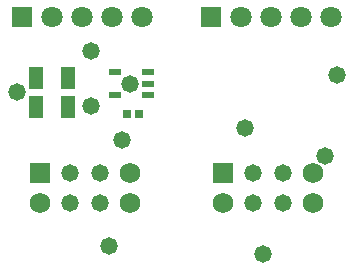
<source format=gbs>
G04*
G04 #@! TF.GenerationSoftware,Altium Limited,Altium Designer,20.2.6 (244)*
G04*
G04 Layer_Color=16711935*
%FSLAX25Y25*%
%MOIN*%
G70*
G04*
G04 #@! TF.SameCoordinates,C884C1E4-69B8-4AE2-8FFD-ECE4C5FCCFCF*
G04*
G04*
G04 #@! TF.FilePolarity,Negative*
G04*
G01*
G75*
%ADD32R,0.05131X0.07493*%
%ADD33R,0.03162X0.02769*%
%ADD35C,0.05800*%
%ADD36C,0.06800*%
%ADD37R,0.06800X0.06800*%
%ADD38R,0.07099X0.07099*%
%ADD39C,0.07099*%
%ADD50R,0.03850X0.02200*%
D32*
X110685Y167000D02*
D03*
X121315D02*
D03*
X110685Y157500D02*
D03*
X121315D02*
D03*
D33*
X144968Y155000D02*
D03*
X141032D02*
D03*
D35*
X193000Y125500D02*
D03*
X183000D02*
D03*
Y135500D02*
D03*
X193000D02*
D03*
X132000D02*
D03*
X122000D02*
D03*
Y125500D02*
D03*
X132000D02*
D03*
X129000Y176000D02*
D03*
X139500Y146500D02*
D03*
X180500Y150500D02*
D03*
X207000Y141000D02*
D03*
X211000Y168000D02*
D03*
X186500Y108500D02*
D03*
X129000Y157681D02*
D03*
X142000Y165000D02*
D03*
X104500Y162500D02*
D03*
X135000Y111000D02*
D03*
D36*
X203000Y125500D02*
D03*
X173000D02*
D03*
X203000Y135500D02*
D03*
X142000D02*
D03*
X112000Y125500D02*
D03*
X142000D02*
D03*
D37*
X173000Y135500D02*
D03*
X112000D02*
D03*
D38*
X169000Y187500D02*
D03*
X106000D02*
D03*
D39*
X179000D02*
D03*
X189000D02*
D03*
X199000D02*
D03*
X209000D02*
D03*
X116000D02*
D03*
X126000D02*
D03*
X136000D02*
D03*
X146000D02*
D03*
D50*
X137250Y169000D02*
D03*
Y161520D02*
D03*
X148000D02*
D03*
Y165260D02*
D03*
Y169000D02*
D03*
M02*

</source>
